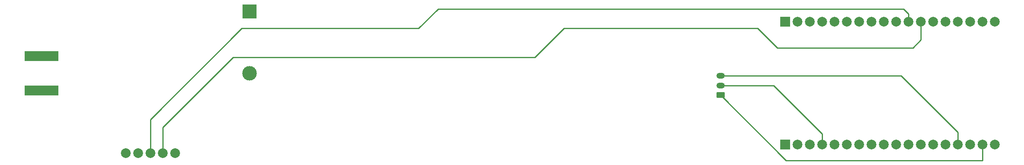
<source format=gbr>
%TF.GenerationSoftware,KiCad,Pcbnew,7.0.5-0*%
%TF.CreationDate,2023-11-06T11:32:01-05:00*%
%TF.ProjectId,Lemmingometre_v3,4c656d6d-696e-4676-9f6d-657472655f76,rev?*%
%TF.SameCoordinates,Original*%
%TF.FileFunction,Copper,L2,Bot*%
%TF.FilePolarity,Positive*%
%FSLAX46Y46*%
G04 Gerber Fmt 4.6, Leading zero omitted, Abs format (unit mm)*
G04 Created by KiCad (PCBNEW 7.0.5-0) date 2023-11-06 11:32:01*
%MOMM*%
%LPD*%
G01*
G04 APERTURE LIST*
G04 Aperture macros list*
%AMRoundRect*
0 Rectangle with rounded corners*
0 $1 Rounding radius*
0 $2 $3 $4 $5 $6 $7 $8 $9 X,Y pos of 4 corners*
0 Add a 4 corners polygon primitive as box body*
4,1,4,$2,$3,$4,$5,$6,$7,$8,$9,$2,$3,0*
0 Add four circle primitives for the rounded corners*
1,1,$1+$1,$2,$3*
1,1,$1+$1,$4,$5*
1,1,$1+$1,$6,$7*
1,1,$1+$1,$8,$9*
0 Add four rect primitives between the rounded corners*
20,1,$1+$1,$2,$3,$4,$5,0*
20,1,$1+$1,$4,$5,$6,$7,0*
20,1,$1+$1,$6,$7,$8,$9,0*
20,1,$1+$1,$8,$9,$2,$3,0*%
G04 Aperture macros list end*
%TA.AperFunction,ComponentPad*%
%ADD10R,3.000000X3.000000*%
%TD*%
%TA.AperFunction,ComponentPad*%
%ADD11C,3.000000*%
%TD*%
%TA.AperFunction,ComponentPad*%
%ADD12RoundRect,0.250000X0.625000X-0.350000X0.625000X0.350000X-0.625000X0.350000X-0.625000X-0.350000X0*%
%TD*%
%TA.AperFunction,ComponentPad*%
%ADD13O,1.750000X1.200000*%
%TD*%
%TA.AperFunction,ComponentPad*%
%ADD14C,2.000000*%
%TD*%
%TA.AperFunction,ComponentPad*%
%ADD15R,2.000000X2.000000*%
%TD*%
%TA.AperFunction,ComponentPad*%
%ADD16R,7.000000X2.000000*%
%TD*%
%TA.AperFunction,Conductor*%
%ADD17C,0.250000*%
%TD*%
G04 APERTURE END LIST*
D10*
%TO.P,Battery,1,+*%
%TO.N,Net-(BT1-+)*%
X77350000Y-96550000D03*
D11*
%TO.P,Battery,2,-*%
%TO.N,Net-(BT1--)*%
X77350000Y-109350000D03*
%TD*%
D12*
%TO.P,PIR,1,Pin_1*%
%TO.N,Net-(J2-Pin_1)*%
X174400000Y-113900000D03*
D13*
%TO.P,PIR,2,Pin_2*%
%TO.N,Net-(J2-Pin_2)*%
X174400000Y-111900000D03*
%TO.P,PIR,3,Pin_3*%
%TO.N,Net-(BT1--)*%
X174400000Y-109900000D03*
%TD*%
D14*
%TO.P,Firebeetle,1,IO1/TXD*%
%TO.N,unconnected-(U1-IO1{slash}TXD-Pad1)*%
X190260000Y-124100000D03*
%TO.P,Firebeetle,2,IO2/D9*%
%TO.N,unconnected-(U1-IO2{slash}D9-Pad2)*%
X210580000Y-124100000D03*
D15*
%TO.P,Firebeetle,3,IO3/RXD*%
%TO.N,unconnected-(U1-IO3{slash}RXD-Pad3)*%
X187720000Y-124100000D03*
D14*
%TO.P,Firebeetle,4,D0/IO4*%
%TO.N,unconnected-(U1-D0{slash}IO4-Pad4)*%
X223280000Y-98700000D03*
%TO.P,Firebeetle,5,IO5/D8*%
%TO.N,unconnected-(U1-IO5{slash}D8-Pad5)*%
X208040000Y-124100000D03*
%TO.P,Firebeetle,6,IO6/CLK*%
%TO.N,unconnected-(U1-IO6{slash}CLK-Pad6)*%
X213120000Y-124100000D03*
%TO.P,Firebeetle,7,IO7/SD0*%
%TO.N,unconnected-(U1-IO7{slash}SD0-Pad7)*%
X215660000Y-124100000D03*
%TO.P,Firebeetle,8,IO8/SD1*%
%TO.N,unconnected-(U1-IO8{slash}SD1-Pad8)*%
X218200000Y-124100000D03*
%TO.P,Firebeetle,9,IO9/D5*%
%TO.N,unconnected-(U1-IO9{slash}D5-Pad9)*%
X200420000Y-124100000D03*
%TO.P,Firebeetle,10,IO10/D6*%
%TO.N,unconnected-(U1-IO10{slash}D6-Pad10)*%
X202960000Y-124100000D03*
%TO.P,Firebeetle,11,IO11/CMD*%
%TO.N,unconnected-(U1-IO11{slash}CMD-Pad11)*%
X220740000Y-124100000D03*
%TO.P,Firebeetle,12,MCLK/IO12*%
%TO.N,unconnected-(U1-MCLK{slash}IO12-Pad12)*%
X220740000Y-98700000D03*
%TO.P,Firebeetle,13,IO13/D7*%
%TO.N,unconnected-(U1-IO13{slash}D7-Pad13)*%
X205500000Y-124100000D03*
%TO.P,Firebeetle,14,BCLK/IO14*%
%TO.N,unconnected-(U1-BCLK{slash}IO14-Pad14)*%
X218200000Y-98700000D03*
%TO.P,Firebeetle,15,A4/IO15*%
%TO.N,unconnected-(U1-A4{slash}IO15-Pad15)*%
X197880000Y-98700000D03*
%TO.P,Firebeetle,16,D1/IO16*%
%TO.N,unconnected-(U1-D1{slash}IO16-Pad16)*%
X225820000Y-98700000D03*
%TO.P,Firebeetle,17,LRCK/IO17*%
%TO.N,unconnected-(U1-LRCK{slash}IO17-Pad17)*%
X228360000Y-98700000D03*
%TO.P,Firebeetle,18,SCK/IO18*%
%TO.N,unconnected-(U1-SCK{slash}IO18-Pad18)*%
X205500000Y-98700000D03*
%TO.P,Firebeetle,19,MISO/IO19*%
%TO.N,unconnected-(U1-MISO{slash}IO19-Pad19)*%
X210580000Y-98700000D03*
%TO.P,Firebeetle,21,SDA/IO21*%
%TO.N,Net-(U1-SDA{slash}IO21)*%
X213120000Y-98700000D03*
%TO.P,Firebeetle,22,SCL/IO22*%
%TO.N,Net-(U1-SCL{slash}IO22)*%
X215660000Y-98700000D03*
%TO.P,Firebeetle,23,MOSI/IO23*%
%TO.N,unconnected-(U1-MOSI{slash}IO23-Pad23)*%
X208040000Y-98700000D03*
%TO.P,Firebeetle,25,IO25/D2*%
%TO.N,unconnected-(U1-IO25{slash}D2-Pad25)*%
X192800000Y-124100000D03*
%TO.P,Firebeetle,26,IO26/D3*%
%TO.N,Net-(J2-Pin_2)*%
X195340000Y-124100000D03*
%TO.P,Firebeetle,27,IO27/D4*%
%TO.N,unconnected-(U1-IO27{slash}D4-Pad27)*%
X197880000Y-124100000D03*
%TO.P,Firebeetle,34,A2/IO34*%
%TO.N,unconnected-(U1-A2{slash}IO34-Pad34)*%
X192800000Y-98700000D03*
%TO.P,Firebeetle,35,A3/IO35*%
%TO.N,unconnected-(U1-A3{slash}IO35-Pad35)*%
X195340000Y-98700000D03*
D15*
%TO.P,Firebeetle,36,A0/IO36*%
%TO.N,unconnected-(U1-A0{slash}IO36-Pad36)*%
X187720000Y-98700000D03*
D14*
%TO.P,Firebeetle,39,A1/IO39*%
%TO.N,unconnected-(U1-A1{slash}IO39-Pad39)*%
X190260000Y-98700000D03*
%TO.P,Firebeetle,40,NC*%
%TO.N,unconnected-(U1-NC-Pad40)*%
X200420000Y-98700000D03*
%TO.P,Firebeetle,41,IO0*%
%TO.N,unconnected-(U1-IO0-Pad41)*%
X202960000Y-98700000D03*
%TO.P,Firebeetle,42,RST*%
%TO.N,unconnected-(U1-RST-Pad42)*%
X230900000Y-98700000D03*
%TO.P,Firebeetle,43,GND*%
%TO.N,Net-(BT1--)*%
X223280000Y-124100000D03*
%TO.P,Firebeetle,44,AREF*%
%TO.N,unconnected-(U1-AREF-Pad44)*%
X225820000Y-124100000D03*
%TO.P,Firebeetle,45,3V3*%
%TO.N,Net-(J2-Pin_1)*%
X228360000Y-124100000D03*
%TO.P,Firebeetle,46,VCC*%
%TO.N,Net-(U1-VCC)*%
X230900000Y-124100000D03*
%TD*%
%TO.P,RTC,1,GND*%
%TO.N,Net-(BT1--)*%
X51900000Y-125900000D03*
%TO.P,RTC,2,VCC*%
%TO.N,Net-(J2-Pin_1)*%
X54440000Y-125900000D03*
%TO.P,RTC,3,SDA*%
%TO.N,Net-(U1-SDA{slash}IO21)*%
X56980000Y-125900000D03*
%TO.P,RTC,4,SCL*%
%TO.N,Net-(U1-SCL{slash}IO22)*%
X59520000Y-125900000D03*
%TO.P,RTC,5,SQW*%
%TO.N,unconnected-(U2-SQW-Pad5)*%
X62060000Y-125900000D03*
%TD*%
D16*
%TO.P,Switch,1*%
%TO.N,Net-(BT1-+)*%
X34500000Y-105800000D03*
%TO.P,Switch,2*%
%TO.N,Net-(U1-VCC)*%
X34500000Y-112900000D03*
%TD*%
D17*
%TO.N,Net-(U1-SDA{slash}IO21)*%
X56980000Y-125900000D02*
X57000000Y-125880000D01*
X57000000Y-118900000D02*
X75800000Y-100100000D01*
X75800000Y-100100000D02*
X112200000Y-100100000D01*
X57000000Y-125880000D02*
X57000000Y-118900000D01*
X112200000Y-100100000D02*
X116200000Y-96100000D01*
X116200000Y-96100000D02*
X212100000Y-96100000D01*
X212100000Y-96100000D02*
X213120000Y-97120000D01*
X213120000Y-97120000D02*
X213120000Y-98700000D01*
%TO.N,Net-(J2-Pin_1)*%
X228360000Y-127400000D02*
X228360000Y-124100000D01*
X187900000Y-127400000D02*
X228360000Y-127400000D01*
X174400000Y-113900000D02*
X187900000Y-127400000D01*
%TO.N,Net-(J2-Pin_2)*%
X174400000Y-111900000D02*
X185300000Y-111900000D01*
X185300000Y-111900000D02*
X195340000Y-121940000D01*
X195340000Y-121940000D02*
X195340000Y-124100000D01*
%TO.N,Net-(U1-SCL{slash}IO22)*%
X215660000Y-102440000D02*
X215660000Y-98700000D01*
X214000000Y-104100000D02*
X215660000Y-102440000D01*
X74000000Y-106100000D02*
X136100000Y-106100000D01*
X186100000Y-104100000D02*
X214000000Y-104100000D01*
X142175000Y-100025000D02*
X182025000Y-100025000D01*
X182025000Y-100025000D02*
X186100000Y-104100000D01*
X136100000Y-106100000D02*
X142175000Y-100025000D01*
X59520000Y-120580000D02*
X74000000Y-106100000D01*
X59520000Y-125900000D02*
X59520000Y-120580000D01*
%TO.N,Net-(BT1--)*%
X211600000Y-109900000D02*
X223280000Y-121580000D01*
X223280000Y-121580000D02*
X223280000Y-124100000D01*
X174400000Y-109900000D02*
X211600000Y-109900000D01*
%TD*%
M02*

</source>
